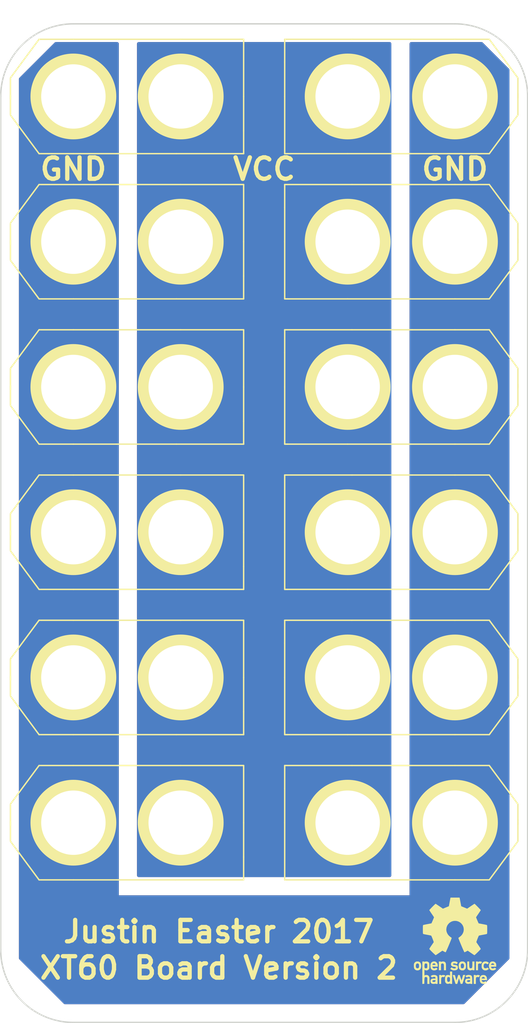
<source format=kicad_pcb>
(kicad_pcb (version 4) (host pcbnew 4.0.7-e2-6376~58~ubuntu16.04.1)

  (general
    (links 22)
    (no_connects 0)
    (area 109.169999 53.289999 146.100001 123.240001)
    (thickness 1.6)
    (drawings 21)
    (tracks 0)
    (zones 0)
    (modules 13)
    (nets 3)
  )

  (page A4)
  (layers
    (0 F.Cu signal)
    (31 B.Cu signal)
    (32 B.Adhes user hide)
    (33 F.Adhes user hide)
    (34 B.Paste user hide)
    (35 F.Paste user hide)
    (36 B.SilkS user)
    (37 F.SilkS user)
    (38 B.Mask user hide)
    (39 F.Mask user)
    (40 Dwgs.User user)
    (41 Cmts.User user)
    (42 Eco1.User user)
    (43 Eco2.User user)
    (44 Edge.Cuts user)
    (45 Margin user)
    (46 B.CrtYd user)
    (47 F.CrtYd user)
    (48 B.Fab user)
    (49 F.Fab user)
  )

  (setup
    (last_trace_width 0.25)
    (trace_clearance 0.2)
    (zone_clearance 0.508)
    (zone_45_only yes)
    (trace_min 0.2)
    (segment_width 0.2)
    (edge_width 0.1)
    (via_size 0.6)
    (via_drill 0.4)
    (via_min_size 0.4)
    (via_min_drill 0.3)
    (uvia_size 0.3)
    (uvia_drill 0.1)
    (uvias_allowed no)
    (uvia_min_size 0.2)
    (uvia_min_drill 0.1)
    (pcb_text_width 0.3)
    (pcb_text_size 1.5 1.5)
    (mod_edge_width 0.15)
    (mod_text_size 1 1)
    (mod_text_width 0.15)
    (pad_size 1.5 1.5)
    (pad_drill 0.6)
    (pad_to_mask_clearance 0)
    (aux_axis_origin 0 0)
    (visible_elements FFFEFF7F)
    (pcbplotparams
      (layerselection 0x010f0_80000001)
      (usegerberextensions false)
      (excludeedgelayer true)
      (linewidth 0.100000)
      (plotframeref false)
      (viasonmask false)
      (mode 1)
      (useauxorigin false)
      (hpglpennumber 1)
      (hpglpenspeed 20)
      (hpglpendiameter 15)
      (hpglpenoverlay 2)
      (psnegative false)
      (psa4output false)
      (plotreference true)
      (plotvalue true)
      (plotinvisibletext false)
      (padsonsilk false)
      (subtractmaskfromsilk false)
      (outputformat 1)
      (mirror false)
      (drillshape 0)
      (scaleselection 1)
      (outputdirectory ""))
  )

  (net 0 "")
  (net 1 /GND)
  (net 2 /VCC)

  (net_class Default "This is the default net class."
    (clearance 0.2)
    (trace_width 0.25)
    (via_dia 0.6)
    (via_drill 0.4)
    (uvia_dia 0.3)
    (uvia_drill 0.1)
    (add_net /GND)
    (add_net /VCC)
  )

  (net_class Thick ""
    (clearance 0.2)
    (trace_width 1)
    (via_dia 0.6)
    (via_drill 0.4)
    (uvia_dia 0.3)
    (uvia_drill 0.1)
  )

  (module xt60board:XT60 (layer F.Cu) (tedit 59B749AB) (tstamp 59B72046)
    (at 140.97 58.42 180)
    (path /59B71E9F)
    (fp_text reference J1 (at 3.556 6.096 180) (layer F.SilkS) hide
      (effects (font (size 1 1) (thickness 0.15)))
    )
    (fp_text value XT60 (at 3.2 -5.9 180) (layer F.Fab)
      (effects (font (size 1 1) (thickness 0.15)))
    )
    (fp_line (start 7.2 4) (end 11.9 4) (layer F.SilkS) (width 0.1))
    (fp_line (start 11.9 4) (end 11.9 2.4) (layer F.SilkS) (width 0.1))
    (fp_line (start 7.5 -4) (end 11.7 -4) (layer F.SilkS) (width 0.1))
    (fp_line (start 11.7 -4) (end 11.8 -4) (layer F.SilkS) (width 0.1))
    (fp_line (start 11.8 -4) (end 11.9 -4) (layer F.SilkS) (width 0.1))
    (fp_line (start 11.9 -4) (end 11.9 0) (layer F.SilkS) (width 0.1))
    (fp_line (start -2.4 4) (end -4.4 1.3) (layer F.SilkS) (width 0.1))
    (fp_line (start -2.4 -4) (end -4.4 -1.3) (layer F.SilkS) (width 0.1))
    (fp_line (start -4.4 0) (end -4.4 1.25) (layer F.SilkS) (width 0.1))
    (fp_line (start -4.4 0) (end -4.4 -1.25) (layer F.SilkS) (width 0.1))
    (fp_line (start 0 4) (end -2.4 4) (layer F.SilkS) (width 0.1))
    (fp_line (start 3 4) (end 0 4) (layer F.SilkS) (width 0.1))
    (fp_line (start 0 -4) (end -2.4 -4) (layer F.SilkS) (width 0.1))
    (fp_line (start 3.1 -4) (end 0 -4) (layer F.SilkS) (width 0.1))
    (fp_line (start -4.4 -0.1) (end -4.4 0.2) (layer F.SilkS) (width 0.1))
    (fp_line (start 11.9 0) (end 11.9 2.4) (layer F.SilkS) (width 0.1))
    (fp_line (start 7.5 -4) (end 3.1 -4) (layer F.SilkS) (width 0.1))
    (fp_line (start 7.2 4) (end 3 4) (layer F.SilkS) (width 0.1))
    (pad 1 thru_hole circle (at 0 0 180) (size 6 6) (drill 4.5) (layers *.Cu *.Mask F.SilkS)
      (net 1 /GND))
    (pad 2 thru_hole circle (at 7.5 0 180) (size 6 6) (drill 4.5) (layers *.Cu *.Mask F.SilkS)
      (net 2 /VCC))
  )

  (module xt60board:XT60 (layer F.Cu) (tedit 59B749B0) (tstamp 59B7204C)
    (at 140.97 68.58 180)
    (path /59B71F8A)
    (fp_text reference J2 (at 3.556 6.096 180) (layer F.SilkS) hide
      (effects (font (size 1 1) (thickness 0.15)))
    )
    (fp_text value XT60 (at 3.2 -5.9 180) (layer F.Fab)
      (effects (font (size 1 1) (thickness 0.15)))
    )
    (fp_line (start 7.2 4) (end 11.9 4) (layer F.SilkS) (width 0.1))
    (fp_line (start 11.9 4) (end 11.9 2.4) (layer F.SilkS) (width 0.1))
    (fp_line (start 7.5 -4) (end 11.7 -4) (layer F.SilkS) (width 0.1))
    (fp_line (start 11.7 -4) (end 11.8 -4) (layer F.SilkS) (width 0.1))
    (fp_line (start 11.8 -4) (end 11.9 -4) (layer F.SilkS) (width 0.1))
    (fp_line (start 11.9 -4) (end 11.9 0) (layer F.SilkS) (width 0.1))
    (fp_line (start -2.4 4) (end -4.4 1.3) (layer F.SilkS) (width 0.1))
    (fp_line (start -2.4 -4) (end -4.4 -1.3) (layer F.SilkS) (width 0.1))
    (fp_line (start -4.4 0) (end -4.4 1.25) (layer F.SilkS) (width 0.1))
    (fp_line (start -4.4 0) (end -4.4 -1.25) (layer F.SilkS) (width 0.1))
    (fp_line (start 0 4) (end -2.4 4) (layer F.SilkS) (width 0.1))
    (fp_line (start 3 4) (end 0 4) (layer F.SilkS) (width 0.1))
    (fp_line (start 0 -4) (end -2.4 -4) (layer F.SilkS) (width 0.1))
    (fp_line (start 3.1 -4) (end 0 -4) (layer F.SilkS) (width 0.1))
    (fp_line (start -4.4 -0.1) (end -4.4 0.2) (layer F.SilkS) (width 0.1))
    (fp_line (start 11.9 0) (end 11.9 2.4) (layer F.SilkS) (width 0.1))
    (fp_line (start 7.5 -4) (end 3.1 -4) (layer F.SilkS) (width 0.1))
    (fp_line (start 7.2 4) (end 3 4) (layer F.SilkS) (width 0.1))
    (pad 1 thru_hole circle (at 0 0 180) (size 6 6) (drill 4.5) (layers *.Cu *.Mask F.SilkS)
      (net 1 /GND))
    (pad 2 thru_hole circle (at 7.5 0 180) (size 6 6) (drill 4.5) (layers *.Cu *.Mask F.SilkS)
      (net 2 /VCC))
  )

  (module xt60board:XT60 (layer F.Cu) (tedit 59B749B4) (tstamp 59B72052)
    (at 140.97 78.74 180)
    (path /59B71FDB)
    (fp_text reference J3 (at 3.556 6.096 180) (layer F.SilkS) hide
      (effects (font (size 1 1) (thickness 0.15)))
    )
    (fp_text value XT60 (at 3.2 -5.9 180) (layer F.Fab)
      (effects (font (size 1 1) (thickness 0.15)))
    )
    (fp_line (start 7.2 4) (end 11.9 4) (layer F.SilkS) (width 0.1))
    (fp_line (start 11.9 4) (end 11.9 2.4) (layer F.SilkS) (width 0.1))
    (fp_line (start 7.5 -4) (end 11.7 -4) (layer F.SilkS) (width 0.1))
    (fp_line (start 11.7 -4) (end 11.8 -4) (layer F.SilkS) (width 0.1))
    (fp_line (start 11.8 -4) (end 11.9 -4) (layer F.SilkS) (width 0.1))
    (fp_line (start 11.9 -4) (end 11.9 0) (layer F.SilkS) (width 0.1))
    (fp_line (start -2.4 4) (end -4.4 1.3) (layer F.SilkS) (width 0.1))
    (fp_line (start -2.4 -4) (end -4.4 -1.3) (layer F.SilkS) (width 0.1))
    (fp_line (start -4.4 0) (end -4.4 1.25) (layer F.SilkS) (width 0.1))
    (fp_line (start -4.4 0) (end -4.4 -1.25) (layer F.SilkS) (width 0.1))
    (fp_line (start 0 4) (end -2.4 4) (layer F.SilkS) (width 0.1))
    (fp_line (start 3 4) (end 0 4) (layer F.SilkS) (width 0.1))
    (fp_line (start 0 -4) (end -2.4 -4) (layer F.SilkS) (width 0.1))
    (fp_line (start 3.1 -4) (end 0 -4) (layer F.SilkS) (width 0.1))
    (fp_line (start -4.4 -0.1) (end -4.4 0.2) (layer F.SilkS) (width 0.1))
    (fp_line (start 11.9 0) (end 11.9 2.4) (layer F.SilkS) (width 0.1))
    (fp_line (start 7.5 -4) (end 3.1 -4) (layer F.SilkS) (width 0.1))
    (fp_line (start 7.2 4) (end 3 4) (layer F.SilkS) (width 0.1))
    (pad 1 thru_hole circle (at 0 0 180) (size 6 6) (drill 4.5) (layers *.Cu *.Mask F.SilkS)
      (net 1 /GND))
    (pad 2 thru_hole circle (at 7.5 0 180) (size 6 6) (drill 4.5) (layers *.Cu *.Mask F.SilkS)
      (net 2 /VCC))
  )

  (module xt60board:XT60 (layer F.Cu) (tedit 59B749BA) (tstamp 59B72058)
    (at 140.97 88.9 180)
    (path /59B72068)
    (fp_text reference J4 (at 3.556 6.096 180) (layer F.SilkS) hide
      (effects (font (size 1 1) (thickness 0.15)))
    )
    (fp_text value XT60 (at 3.2 -5.9 180) (layer F.Fab)
      (effects (font (size 1 1) (thickness 0.15)))
    )
    (fp_line (start 7.2 4) (end 11.9 4) (layer F.SilkS) (width 0.1))
    (fp_line (start 11.9 4) (end 11.9 2.4) (layer F.SilkS) (width 0.1))
    (fp_line (start 7.5 -4) (end 11.7 -4) (layer F.SilkS) (width 0.1))
    (fp_line (start 11.7 -4) (end 11.8 -4) (layer F.SilkS) (width 0.1))
    (fp_line (start 11.8 -4) (end 11.9 -4) (layer F.SilkS) (width 0.1))
    (fp_line (start 11.9 -4) (end 11.9 0) (layer F.SilkS) (width 0.1))
    (fp_line (start -2.4 4) (end -4.4 1.3) (layer F.SilkS) (width 0.1))
    (fp_line (start -2.4 -4) (end -4.4 -1.3) (layer F.SilkS) (width 0.1))
    (fp_line (start -4.4 0) (end -4.4 1.25) (layer F.SilkS) (width 0.1))
    (fp_line (start -4.4 0) (end -4.4 -1.25) (layer F.SilkS) (width 0.1))
    (fp_line (start 0 4) (end -2.4 4) (layer F.SilkS) (width 0.1))
    (fp_line (start 3 4) (end 0 4) (layer F.SilkS) (width 0.1))
    (fp_line (start 0 -4) (end -2.4 -4) (layer F.SilkS) (width 0.1))
    (fp_line (start 3.1 -4) (end 0 -4) (layer F.SilkS) (width 0.1))
    (fp_line (start -4.4 -0.1) (end -4.4 0.2) (layer F.SilkS) (width 0.1))
    (fp_line (start 11.9 0) (end 11.9 2.4) (layer F.SilkS) (width 0.1))
    (fp_line (start 7.5 -4) (end 3.1 -4) (layer F.SilkS) (width 0.1))
    (fp_line (start 7.2 4) (end 3 4) (layer F.SilkS) (width 0.1))
    (pad 1 thru_hole circle (at 0 0 180) (size 6 6) (drill 4.5) (layers *.Cu *.Mask F.SilkS)
      (net 1 /GND))
    (pad 2 thru_hole circle (at 7.5 0 180) (size 6 6) (drill 4.5) (layers *.Cu *.Mask F.SilkS)
      (net 2 /VCC))
  )

  (module xt60board:XT60 (layer F.Cu) (tedit 59B749BD) (tstamp 59B7205E)
    (at 140.97 99.06 180)
    (path /59B720EB)
    (fp_text reference J5 (at 3.556 6.096 180) (layer F.SilkS) hide
      (effects (font (size 1 1) (thickness 0.15)))
    )
    (fp_text value XT60 (at 3.2 -5.9 180) (layer F.Fab)
      (effects (font (size 1 1) (thickness 0.15)))
    )
    (fp_line (start 7.2 4) (end 11.9 4) (layer F.SilkS) (width 0.1))
    (fp_line (start 11.9 4) (end 11.9 2.4) (layer F.SilkS) (width 0.1))
    (fp_line (start 7.5 -4) (end 11.7 -4) (layer F.SilkS) (width 0.1))
    (fp_line (start 11.7 -4) (end 11.8 -4) (layer F.SilkS) (width 0.1))
    (fp_line (start 11.8 -4) (end 11.9 -4) (layer F.SilkS) (width 0.1))
    (fp_line (start 11.9 -4) (end 11.9 0) (layer F.SilkS) (width 0.1))
    (fp_line (start -2.4 4) (end -4.4 1.3) (layer F.SilkS) (width 0.1))
    (fp_line (start -2.4 -4) (end -4.4 -1.3) (layer F.SilkS) (width 0.1))
    (fp_line (start -4.4 0) (end -4.4 1.25) (layer F.SilkS) (width 0.1))
    (fp_line (start -4.4 0) (end -4.4 -1.25) (layer F.SilkS) (width 0.1))
    (fp_line (start 0 4) (end -2.4 4) (layer F.SilkS) (width 0.1))
    (fp_line (start 3 4) (end 0 4) (layer F.SilkS) (width 0.1))
    (fp_line (start 0 -4) (end -2.4 -4) (layer F.SilkS) (width 0.1))
    (fp_line (start 3.1 -4) (end 0 -4) (layer F.SilkS) (width 0.1))
    (fp_line (start -4.4 -0.1) (end -4.4 0.2) (layer F.SilkS) (width 0.1))
    (fp_line (start 11.9 0) (end 11.9 2.4) (layer F.SilkS) (width 0.1))
    (fp_line (start 7.5 -4) (end 3.1 -4) (layer F.SilkS) (width 0.1))
    (fp_line (start 7.2 4) (end 3 4) (layer F.SilkS) (width 0.1))
    (pad 1 thru_hole circle (at 0 0 180) (size 6 6) (drill 4.5) (layers *.Cu *.Mask F.SilkS)
      (net 1 /GND))
    (pad 2 thru_hole circle (at 7.5 0 180) (size 6 6) (drill 4.5) (layers *.Cu *.Mask F.SilkS)
      (net 2 /VCC))
  )

  (module xt60board:XT60 (layer F.Cu) (tedit 59B749C3) (tstamp 59B72064)
    (at 140.97 109.22 180)
    (path /59B72162)
    (fp_text reference J6 (at 3.556 6.096 180) (layer F.SilkS) hide
      (effects (font (size 1 1) (thickness 0.15)))
    )
    (fp_text value XT60 (at 3.2 -5.9 180) (layer F.Fab)
      (effects (font (size 1 1) (thickness 0.15)))
    )
    (fp_line (start 7.2 4) (end 11.9 4) (layer F.SilkS) (width 0.1))
    (fp_line (start 11.9 4) (end 11.9 2.4) (layer F.SilkS) (width 0.1))
    (fp_line (start 7.5 -4) (end 11.7 -4) (layer F.SilkS) (width 0.1))
    (fp_line (start 11.7 -4) (end 11.8 -4) (layer F.SilkS) (width 0.1))
    (fp_line (start 11.8 -4) (end 11.9 -4) (layer F.SilkS) (width 0.1))
    (fp_line (start 11.9 -4) (end 11.9 0) (layer F.SilkS) (width 0.1))
    (fp_line (start -2.4 4) (end -4.4 1.3) (layer F.SilkS) (width 0.1))
    (fp_line (start -2.4 -4) (end -4.4 -1.3) (layer F.SilkS) (width 0.1))
    (fp_line (start -4.4 0) (end -4.4 1.25) (layer F.SilkS) (width 0.1))
    (fp_line (start -4.4 0) (end -4.4 -1.25) (layer F.SilkS) (width 0.1))
    (fp_line (start 0 4) (end -2.4 4) (layer F.SilkS) (width 0.1))
    (fp_line (start 3 4) (end 0 4) (layer F.SilkS) (width 0.1))
    (fp_line (start 0 -4) (end -2.4 -4) (layer F.SilkS) (width 0.1))
    (fp_line (start 3.1 -4) (end 0 -4) (layer F.SilkS) (width 0.1))
    (fp_line (start -4.4 -0.1) (end -4.4 0.2) (layer F.SilkS) (width 0.1))
    (fp_line (start 11.9 0) (end 11.9 2.4) (layer F.SilkS) (width 0.1))
    (fp_line (start 7.5 -4) (end 3.1 -4) (layer F.SilkS) (width 0.1))
    (fp_line (start 7.2 4) (end 3 4) (layer F.SilkS) (width 0.1))
    (pad 1 thru_hole circle (at 0 0 180) (size 6 6) (drill 4.5) (layers *.Cu *.Mask F.SilkS)
      (net 1 /GND))
    (pad 2 thru_hole circle (at 7.5 0 180) (size 6 6) (drill 4.5) (layers *.Cu *.Mask F.SilkS)
      (net 2 /VCC))
  )

  (module xt60board:XT60 (layer F.Cu) (tedit 59B7499E) (tstamp 59B7206A)
    (at 114.3 58.42)
    (path /59B721E7)
    (fp_text reference J7 (at 3.556 6.096) (layer F.SilkS) hide
      (effects (font (size 1 1) (thickness 0.15)))
    )
    (fp_text value XT60 (at 3.2 -5.9) (layer F.Fab)
      (effects (font (size 1 1) (thickness 0.15)))
    )
    (fp_line (start 7.2 4) (end 11.9 4) (layer F.SilkS) (width 0.1))
    (fp_line (start 11.9 4) (end 11.9 2.4) (layer F.SilkS) (width 0.1))
    (fp_line (start 7.5 -4) (end 11.7 -4) (layer F.SilkS) (width 0.1))
    (fp_line (start 11.7 -4) (end 11.8 -4) (layer F.SilkS) (width 0.1))
    (fp_line (start 11.8 -4) (end 11.9 -4) (layer F.SilkS) (width 0.1))
    (fp_line (start 11.9 -4) (end 11.9 0) (layer F.SilkS) (width 0.1))
    (fp_line (start -2.4 4) (end -4.4 1.3) (layer F.SilkS) (width 0.1))
    (fp_line (start -2.4 -4) (end -4.4 -1.3) (layer F.SilkS) (width 0.1))
    (fp_line (start -4.4 0) (end -4.4 1.25) (layer F.SilkS) (width 0.1))
    (fp_line (start -4.4 0) (end -4.4 -1.25) (layer F.SilkS) (width 0.1))
    (fp_line (start 0 4) (end -2.4 4) (layer F.SilkS) (width 0.1))
    (fp_line (start 3 4) (end 0 4) (layer F.SilkS) (width 0.1))
    (fp_line (start 0 -4) (end -2.4 -4) (layer F.SilkS) (width 0.1))
    (fp_line (start 3.1 -4) (end 0 -4) (layer F.SilkS) (width 0.1))
    (fp_line (start -4.4 -0.1) (end -4.4 0.2) (layer F.SilkS) (width 0.1))
    (fp_line (start 11.9 0) (end 11.9 2.4) (layer F.SilkS) (width 0.1))
    (fp_line (start 7.5 -4) (end 3.1 -4) (layer F.SilkS) (width 0.1))
    (fp_line (start 7.2 4) (end 3 4) (layer F.SilkS) (width 0.1))
    (pad 1 thru_hole circle (at 0 0) (size 6 6) (drill 4.5) (layers *.Cu *.Mask F.SilkS)
      (net 1 /GND))
    (pad 2 thru_hole circle (at 7.5 0) (size 6 6) (drill 4.5) (layers *.Cu *.Mask F.SilkS)
      (net 2 /VCC))
  )

  (module xt60board:XT60 (layer F.Cu) (tedit 59B7499A) (tstamp 59B72070)
    (at 114.3 68.58)
    (path /59B72363)
    (fp_text reference J8 (at 3.556 6.096) (layer F.SilkS) hide
      (effects (font (size 1 1) (thickness 0.15)))
    )
    (fp_text value XT60 (at 3.2 -5.9) (layer F.Fab)
      (effects (font (size 1 1) (thickness 0.15)))
    )
    (fp_line (start 7.2 4) (end 11.9 4) (layer F.SilkS) (width 0.1))
    (fp_line (start 11.9 4) (end 11.9 2.4) (layer F.SilkS) (width 0.1))
    (fp_line (start 7.5 -4) (end 11.7 -4) (layer F.SilkS) (width 0.1))
    (fp_line (start 11.7 -4) (end 11.8 -4) (layer F.SilkS) (width 0.1))
    (fp_line (start 11.8 -4) (end 11.9 -4) (layer F.SilkS) (width 0.1))
    (fp_line (start 11.9 -4) (end 11.9 0) (layer F.SilkS) (width 0.1))
    (fp_line (start -2.4 4) (end -4.4 1.3) (layer F.SilkS) (width 0.1))
    (fp_line (start -2.4 -4) (end -4.4 -1.3) (layer F.SilkS) (width 0.1))
    (fp_line (start -4.4 0) (end -4.4 1.25) (layer F.SilkS) (width 0.1))
    (fp_line (start -4.4 0) (end -4.4 -1.25) (layer F.SilkS) (width 0.1))
    (fp_line (start 0 4) (end -2.4 4) (layer F.SilkS) (width 0.1))
    (fp_line (start 3 4) (end 0 4) (layer F.SilkS) (width 0.1))
    (fp_line (start 0 -4) (end -2.4 -4) (layer F.SilkS) (width 0.1))
    (fp_line (start 3.1 -4) (end 0 -4) (layer F.SilkS) (width 0.1))
    (fp_line (start -4.4 -0.1) (end -4.4 0.2) (layer F.SilkS) (width 0.1))
    (fp_line (start 11.9 0) (end 11.9 2.4) (layer F.SilkS) (width 0.1))
    (fp_line (start 7.5 -4) (end 3.1 -4) (layer F.SilkS) (width 0.1))
    (fp_line (start 7.2 4) (end 3 4) (layer F.SilkS) (width 0.1))
    (pad 1 thru_hole circle (at 0 0) (size 6 6) (drill 4.5) (layers *.Cu *.Mask F.SilkS)
      (net 1 /GND))
    (pad 2 thru_hole circle (at 7.5 0) (size 6 6) (drill 4.5) (layers *.Cu *.Mask F.SilkS)
      (net 2 /VCC))
  )

  (module xt60board:XT60 (layer F.Cu) (tedit 59B74993) (tstamp 59B72076)
    (at 114.3 78.74)
    (path /59B723D8)
    (fp_text reference J9 (at 3.556 6.096) (layer F.SilkS) hide
      (effects (font (size 1 1) (thickness 0.15)))
    )
    (fp_text value XT60 (at 3.2 -5.9) (layer F.Fab)
      (effects (font (size 1 1) (thickness 0.15)))
    )
    (fp_line (start 7.2 4) (end 11.9 4) (layer F.SilkS) (width 0.1))
    (fp_line (start 11.9 4) (end 11.9 2.4) (layer F.SilkS) (width 0.1))
    (fp_line (start 7.5 -4) (end 11.7 -4) (layer F.SilkS) (width 0.1))
    (fp_line (start 11.7 -4) (end 11.8 -4) (layer F.SilkS) (width 0.1))
    (fp_line (start 11.8 -4) (end 11.9 -4) (layer F.SilkS) (width 0.1))
    (fp_line (start 11.9 -4) (end 11.9 0) (layer F.SilkS) (width 0.1))
    (fp_line (start -2.4 4) (end -4.4 1.3) (layer F.SilkS) (width 0.1))
    (fp_line (start -2.4 -4) (end -4.4 -1.3) (layer F.SilkS) (width 0.1))
    (fp_line (start -4.4 0) (end -4.4 1.25) (layer F.SilkS) (width 0.1))
    (fp_line (start -4.4 0) (end -4.4 -1.25) (layer F.SilkS) (width 0.1))
    (fp_line (start 0 4) (end -2.4 4) (layer F.SilkS) (width 0.1))
    (fp_line (start 3 4) (end 0 4) (layer F.SilkS) (width 0.1))
    (fp_line (start 0 -4) (end -2.4 -4) (layer F.SilkS) (width 0.1))
    (fp_line (start 3.1 -4) (end 0 -4) (layer F.SilkS) (width 0.1))
    (fp_line (start -4.4 -0.1) (end -4.4 0.2) (layer F.SilkS) (width 0.1))
    (fp_line (start 11.9 0) (end 11.9 2.4) (layer F.SilkS) (width 0.1))
    (fp_line (start 7.5 -4) (end 3.1 -4) (layer F.SilkS) (width 0.1))
    (fp_line (start 7.2 4) (end 3 4) (layer F.SilkS) (width 0.1))
    (pad 1 thru_hole circle (at 0 0) (size 6 6) (drill 4.5) (layers *.Cu *.Mask F.SilkS)
      (net 1 /GND))
    (pad 2 thru_hole circle (at 7.5 0) (size 6 6) (drill 4.5) (layers *.Cu *.Mask F.SilkS)
      (net 2 /VCC))
  )

  (module xt60board:XT60 (layer F.Cu) (tedit 59B7498D) (tstamp 59B7207C)
    (at 114.3 88.9)
    (path /59B72471)
    (fp_text reference J10 (at 3.556 6.096) (layer F.SilkS) hide
      (effects (font (size 1 1) (thickness 0.15)))
    )
    (fp_text value XT60 (at 3.2 -5.9) (layer F.Fab)
      (effects (font (size 1 1) (thickness 0.15)))
    )
    (fp_line (start 7.2 4) (end 11.9 4) (layer F.SilkS) (width 0.1))
    (fp_line (start 11.9 4) (end 11.9 2.4) (layer F.SilkS) (width 0.1))
    (fp_line (start 7.5 -4) (end 11.7 -4) (layer F.SilkS) (width 0.1))
    (fp_line (start 11.7 -4) (end 11.8 -4) (layer F.SilkS) (width 0.1))
    (fp_line (start 11.8 -4) (end 11.9 -4) (layer F.SilkS) (width 0.1))
    (fp_line (start 11.9 -4) (end 11.9 0) (layer F.SilkS) (width 0.1))
    (fp_line (start -2.4 4) (end -4.4 1.3) (layer F.SilkS) (width 0.1))
    (fp_line (start -2.4 -4) (end -4.4 -1.3) (layer F.SilkS) (width 0.1))
    (fp_line (start -4.4 0) (end -4.4 1.25) (layer F.SilkS) (width 0.1))
    (fp_line (start -4.4 0) (end -4.4 -1.25) (layer F.SilkS) (width 0.1))
    (fp_line (start 0 4) (end -2.4 4) (layer F.SilkS) (width 0.1))
    (fp_line (start 3 4) (end 0 4) (layer F.SilkS) (width 0.1))
    (fp_line (start 0 -4) (end -2.4 -4) (layer F.SilkS) (width 0.1))
    (fp_line (start 3.1 -4) (end 0 -4) (layer F.SilkS) (width 0.1))
    (fp_line (start -4.4 -0.1) (end -4.4 0.2) (layer F.SilkS) (width 0.1))
    (fp_line (start 11.9 0) (end 11.9 2.4) (layer F.SilkS) (width 0.1))
    (fp_line (start 7.5 -4) (end 3.1 -4) (layer F.SilkS) (width 0.1))
    (fp_line (start 7.2 4) (end 3 4) (layer F.SilkS) (width 0.1))
    (pad 1 thru_hole circle (at 0 0) (size 6 6) (drill 4.5) (layers *.Cu *.Mask F.SilkS)
      (net 1 /GND))
    (pad 2 thru_hole circle (at 7.5 0) (size 6 6) (drill 4.5) (layers *.Cu *.Mask F.SilkS)
      (net 2 /VCC))
  )

  (module xt60board:XT60 (layer F.Cu) (tedit 59B74988) (tstamp 59B72082)
    (at 114.3 99.06)
    (path /59B72528)
    (fp_text reference J11 (at 3.556 6.096) (layer F.SilkS) hide
      (effects (font (size 1 1) (thickness 0.15)))
    )
    (fp_text value XT60 (at 3.2 -5.9) (layer F.Fab)
      (effects (font (size 1 1) (thickness 0.15)))
    )
    (fp_line (start 7.2 4) (end 11.9 4) (layer F.SilkS) (width 0.1))
    (fp_line (start 11.9 4) (end 11.9 2.4) (layer F.SilkS) (width 0.1))
    (fp_line (start 7.5 -4) (end 11.7 -4) (layer F.SilkS) (width 0.1))
    (fp_line (start 11.7 -4) (end 11.8 -4) (layer F.SilkS) (width 0.1))
    (fp_line (start 11.8 -4) (end 11.9 -4) (layer F.SilkS) (width 0.1))
    (fp_line (start 11.9 -4) (end 11.9 0) (layer F.SilkS) (width 0.1))
    (fp_line (start -2.4 4) (end -4.4 1.3) (layer F.SilkS) (width 0.1))
    (fp_line (start -2.4 -4) (end -4.4 -1.3) (layer F.SilkS) (width 0.1))
    (fp_line (start -4.4 0) (end -4.4 1.25) (layer F.SilkS) (width 0.1))
    (fp_line (start -4.4 0) (end -4.4 -1.25) (layer F.SilkS) (width 0.1))
    (fp_line (start 0 4) (end -2.4 4) (layer F.SilkS) (width 0.1))
    (fp_line (start 3 4) (end 0 4) (layer F.SilkS) (width 0.1))
    (fp_line (start 0 -4) (end -2.4 -4) (layer F.SilkS) (width 0.1))
    (fp_line (start 3.1 -4) (end 0 -4) (layer F.SilkS) (width 0.1))
    (fp_line (start -4.4 -0.1) (end -4.4 0.2) (layer F.SilkS) (width 0.1))
    (fp_line (start 11.9 0) (end 11.9 2.4) (layer F.SilkS) (width 0.1))
    (fp_line (start 7.5 -4) (end 3.1 -4) (layer F.SilkS) (width 0.1))
    (fp_line (start 7.2 4) (end 3 4) (layer F.SilkS) (width 0.1))
    (pad 1 thru_hole circle (at 0 0) (size 6 6) (drill 4.5) (layers *.Cu *.Mask F.SilkS)
      (net 1 /GND))
    (pad 2 thru_hole circle (at 7.5 0) (size 6 6) (drill 4.5) (layers *.Cu *.Mask F.SilkS)
      (net 2 /VCC))
  )

  (module xt60board:XT60 (layer F.Cu) (tedit 59B74974) (tstamp 59B72088)
    (at 114.3 109.22)
    (path /59B725A3)
    (fp_text reference J12 (at 3.556 6.096) (layer F.SilkS) hide
      (effects (font (size 1 1) (thickness 0.15)))
    )
    (fp_text value XT60 (at 3.2 -5.9) (layer F.Fab)
      (effects (font (size 1 1) (thickness 0.15)))
    )
    (fp_line (start 7.2 4) (end 11.9 4) (layer F.SilkS) (width 0.1))
    (fp_line (start 11.9 4) (end 11.9 2.4) (layer F.SilkS) (width 0.1))
    (fp_line (start 7.5 -4) (end 11.7 -4) (layer F.SilkS) (width 0.1))
    (fp_line (start 11.7 -4) (end 11.8 -4) (layer F.SilkS) (width 0.1))
    (fp_line (start 11.8 -4) (end 11.9 -4) (layer F.SilkS) (width 0.1))
    (fp_line (start 11.9 -4) (end 11.9 0) (layer F.SilkS) (width 0.1))
    (fp_line (start -2.4 4) (end -4.4 1.3) (layer F.SilkS) (width 0.1))
    (fp_line (start -2.4 -4) (end -4.4 -1.3) (layer F.SilkS) (width 0.1))
    (fp_line (start -4.4 0) (end -4.4 1.25) (layer F.SilkS) (width 0.1))
    (fp_line (start -4.4 0) (end -4.4 -1.25) (layer F.SilkS) (width 0.1))
    (fp_line (start 0 4) (end -2.4 4) (layer F.SilkS) (width 0.1))
    (fp_line (start 3 4) (end 0 4) (layer F.SilkS) (width 0.1))
    (fp_line (start 0 -4) (end -2.4 -4) (layer F.SilkS) (width 0.1))
    (fp_line (start 3.1 -4) (end 0 -4) (layer F.SilkS) (width 0.1))
    (fp_line (start -4.4 -0.1) (end -4.4 0.2) (layer F.SilkS) (width 0.1))
    (fp_line (start 11.9 0) (end 11.9 2.4) (layer F.SilkS) (width 0.1))
    (fp_line (start 7.5 -4) (end 3.1 -4) (layer F.SilkS) (width 0.1))
    (fp_line (start 7.2 4) (end 3 4) (layer F.SilkS) (width 0.1))
    (pad 1 thru_hole circle (at 0 0) (size 6 6) (drill 4.5) (layers *.Cu *.Mask F.SilkS)
      (net 1 /GND))
    (pad 2 thru_hole circle (at 7.5 0) (size 6 6) (drill 4.5) (layers *.Cu *.Mask F.SilkS)
      (net 2 /VCC))
  )

  (module Symbols:OSHW-Logo_5.7x6mm_SilkScreen (layer F.Cu) (tedit 0) (tstamp 59B72E77)
    (at 140.97 117.475)
    (descr "Open Source Hardware Logo")
    (tags "Logo OSHW")
    (attr virtual)
    (fp_text reference REF*** (at 0 0) (layer F.SilkS) hide
      (effects (font (size 1 1) (thickness 0.15)))
    )
    (fp_text value OSHW-Logo_5.7x6mm_SilkScreen (at 0.75 0) (layer F.Fab) hide
      (effects (font (size 1 1) (thickness 0.15)))
    )
    (fp_poly (pts (xy -1.908759 1.469184) (xy -1.882247 1.482282) (xy -1.849553 1.505106) (xy -1.825725 1.529996)
      (xy -1.809406 1.561249) (xy -1.79924 1.603166) (xy -1.793872 1.660044) (xy -1.791944 1.736184)
      (xy -1.791831 1.768917) (xy -1.792161 1.840656) (xy -1.793527 1.891927) (xy -1.7965 1.927404)
      (xy -1.801649 1.951763) (xy -1.809543 1.96968) (xy -1.817757 1.981902) (xy -1.870187 2.033905)
      (xy -1.93193 2.065184) (xy -1.998536 2.074592) (xy -2.065558 2.06098) (xy -2.086792 2.051354)
      (xy -2.137624 2.024859) (xy -2.137624 2.440052) (xy -2.100525 2.420868) (xy -2.051643 2.406025)
      (xy -1.991561 2.402222) (xy -1.931564 2.409243) (xy -1.886256 2.425013) (xy -1.848675 2.455047)
      (xy -1.816564 2.498024) (xy -1.81415 2.502436) (xy -1.803967 2.523221) (xy -1.79653 2.54417)
      (xy -1.791411 2.569548) (xy -1.788181 2.603618) (xy -1.786413 2.650641) (xy -1.785677 2.714882)
      (xy -1.785544 2.787176) (xy -1.785544 3.017822) (xy -1.923861 3.017822) (xy -1.923861 2.592533)
      (xy -1.962549 2.559979) (xy -2.002738 2.53394) (xy -2.040797 2.529205) (xy -2.079066 2.541389)
      (xy -2.099462 2.55332) (xy -2.114642 2.570313) (xy -2.125438 2.595995) (xy -2.132683 2.633991)
      (xy -2.137208 2.687926) (xy -2.139844 2.761425) (xy -2.140772 2.810347) (xy -2.143911 3.011535)
      (xy -2.209926 3.015336) (xy -2.27594 3.019136) (xy -2.27594 1.77065) (xy -2.137624 1.77065)
      (xy -2.134097 1.840254) (xy -2.122215 1.888569) (xy -2.10002 1.918631) (xy -2.065559 1.933471)
      (xy -2.030742 1.936436) (xy -1.991329 1.933028) (xy -1.965171 1.919617) (xy -1.948814 1.901896)
      (xy -1.935937 1.882835) (xy -1.928272 1.861601) (xy -1.924861 1.831849) (xy -1.924749 1.787236)
      (xy -1.925897 1.74988) (xy -1.928532 1.693604) (xy -1.932456 1.656658) (xy -1.939063 1.633223)
      (xy -1.949749 1.61748) (xy -1.959833 1.60838) (xy -2.00197 1.588537) (xy -2.05184 1.585332)
      (xy -2.080476 1.592168) (xy -2.108828 1.616464) (xy -2.127609 1.663728) (xy -2.136712 1.733624)
      (xy -2.137624 1.77065) (xy -2.27594 1.77065) (xy -2.27594 1.458614) (xy -2.206782 1.458614)
      (xy -2.16526 1.460256) (xy -2.143838 1.466087) (xy -2.137626 1.477461) (xy -2.137624 1.477798)
      (xy -2.134742 1.488938) (xy -2.12203 1.487673) (xy -2.096757 1.475433) (xy -2.037869 1.456707)
      (xy -1.971615 1.454739) (xy -1.908759 1.469184)) (layer F.SilkS) (width 0.01))
    (fp_poly (pts (xy -1.38421 2.406555) (xy -1.325055 2.422339) (xy -1.280023 2.450948) (xy -1.248246 2.488419)
      (xy -1.238366 2.504411) (xy -1.231073 2.521163) (xy -1.225974 2.542592) (xy -1.222679 2.572616)
      (xy -1.220797 2.615154) (xy -1.219937 2.674122) (xy -1.219707 2.75344) (xy -1.219703 2.774484)
      (xy -1.219703 3.017822) (xy -1.280059 3.017822) (xy -1.318557 3.015126) (xy -1.347023 3.008295)
      (xy -1.354155 3.004083) (xy -1.373652 2.996813) (xy -1.393566 3.004083) (xy -1.426353 3.01316)
      (xy -1.473978 3.016813) (xy -1.526764 3.015228) (xy -1.575036 3.008589) (xy -1.603218 3.000072)
      (xy -1.657753 2.965063) (xy -1.691835 2.916479) (xy -1.707157 2.851882) (xy -1.707299 2.850223)
      (xy -1.705955 2.821566) (xy -1.584356 2.821566) (xy -1.573726 2.854161) (xy -1.55641 2.872505)
      (xy -1.521652 2.886379) (xy -1.475773 2.891917) (xy -1.428988 2.889191) (xy -1.391514 2.878274)
      (xy -1.381015 2.871269) (xy -1.362668 2.838904) (xy -1.35802 2.802111) (xy -1.35802 2.753763)
      (xy -1.427582 2.753763) (xy -1.493667 2.75885) (xy -1.543764 2.773263) (xy -1.574929 2.795729)
      (xy -1.584356 2.821566) (xy -1.705955 2.821566) (xy -1.703987 2.779647) (xy -1.68071 2.723845)
      (xy -1.636948 2.681647) (xy -1.630899 2.677808) (xy -1.604907 2.665309) (xy -1.572735 2.65774)
      (xy -1.52776 2.654061) (xy -1.474331 2.653216) (xy -1.35802 2.653169) (xy -1.35802 2.604411)
      (xy -1.362953 2.566581) (xy -1.375543 2.541236) (xy -1.377017 2.539887) (xy -1.405034 2.5288)
      (xy -1.447326 2.524503) (xy -1.494064 2.526615) (xy -1.535418 2.534756) (xy -1.559957 2.546965)
      (xy -1.573253 2.556746) (xy -1.587294 2.558613) (xy -1.606671 2.5506) (xy -1.635976 2.530739)
      (xy -1.679803 2.497063) (xy -1.683825 2.493909) (xy -1.681764 2.482236) (xy -1.664568 2.462822)
      (xy -1.638433 2.441248) (xy -1.609552 2.423096) (xy -1.600478 2.418809) (xy -1.56738 2.410256)
      (xy -1.51888 2.404155) (xy -1.464695 2.401708) (xy -1.462161 2.401703) (xy -1.38421 2.406555)) (layer F.SilkS) (width 0.01))
    (fp_poly (pts (xy -0.993356 2.40302) (xy -0.974539 2.40866) (xy -0.968473 2.421053) (xy -0.968218 2.426647)
      (xy -0.967129 2.44223) (xy -0.959632 2.444676) (xy -0.939381 2.433993) (xy -0.927351 2.426694)
      (xy -0.8894 2.411063) (xy -0.844072 2.403334) (xy -0.796544 2.40274) (xy -0.751995 2.408513)
      (xy -0.715602 2.419884) (xy -0.692543 2.436088) (xy -0.687996 2.456355) (xy -0.690291 2.461843)
      (xy -0.70702 2.484626) (xy -0.732963 2.512647) (xy -0.737655 2.517177) (xy -0.762383 2.538005)
      (xy -0.783718 2.544735) (xy -0.813555 2.540038) (xy -0.825508 2.536917) (xy -0.862705 2.529421)
      (xy -0.888859 2.532792) (xy -0.910946 2.544681) (xy -0.931178 2.560635) (xy -0.946079 2.5807)
      (xy -0.956434 2.608702) (xy -0.963029 2.648467) (xy -0.966649 2.703823) (xy -0.968078 2.778594)
      (xy -0.968218 2.82374) (xy -0.968218 3.017822) (xy -1.09396 3.017822) (xy -1.09396 2.401683)
      (xy -1.031089 2.401683) (xy -0.993356 2.40302)) (layer F.SilkS) (width 0.01))
    (fp_poly (pts (xy -0.201188 3.017822) (xy -0.270346 3.017822) (xy -0.310488 3.016645) (xy -0.331394 3.011772)
      (xy -0.338922 3.001186) (xy -0.339505 2.994029) (xy -0.340774 2.979676) (xy -0.348779 2.976923)
      (xy -0.369815 2.985771) (xy -0.386173 2.994029) (xy -0.448977 3.013597) (xy -0.517248 3.014729)
      (xy -0.572752 3.000135) (xy -0.624438 2.964877) (xy -0.663838 2.912835) (xy -0.685413 2.85145)
      (xy -0.685962 2.848018) (xy -0.689167 2.810571) (xy -0.690761 2.756813) (xy -0.690633 2.716155)
      (xy -0.553279 2.716155) (xy -0.550097 2.770194) (xy -0.542859 2.814735) (xy -0.53306 2.839888)
      (xy -0.495989 2.87426) (xy -0.451974 2.886582) (xy -0.406584 2.876618) (xy -0.367797 2.846895)
      (xy -0.353108 2.826905) (xy -0.344519 2.80305) (xy -0.340496 2.76823) (xy -0.339505 2.71593)
      (xy -0.341278 2.664139) (xy -0.345963 2.618634) (xy -0.352603 2.588181) (xy -0.35371 2.585452)
      (xy -0.380491 2.553) (xy -0.419579 2.535183) (xy -0.463315 2.532306) (xy -0.504038 2.544674)
      (xy -0.534087 2.572593) (xy -0.537204 2.578148) (xy -0.546961 2.612022) (xy -0.552277 2.660728)
      (xy -0.553279 2.716155) (xy -0.690633 2.716155) (xy -0.690568 2.69554) (xy -0.689664 2.662563)
      (xy -0.683514 2.580981) (xy -0.670733 2.51973) (xy -0.649471 2.474449) (xy -0.617878 2.440779)
      (xy -0.587207 2.421014) (xy -0.544354 2.40712) (xy -0.491056 2.402354) (xy -0.43648 2.406236)
      (xy -0.389792 2.418282) (xy -0.365124 2.432693) (xy -0.339505 2.455878) (xy -0.339505 2.162773)
      (xy -0.201188 2.162773) (xy -0.201188 3.017822)) (layer F.SilkS) (width 0.01))
    (fp_poly (pts (xy 0.281524 2.404237) (xy 0.331255 2.407971) (xy 0.461291 2.797773) (xy 0.481678 2.728614)
      (xy 0.493946 2.685874) (xy 0.510085 2.628115) (xy 0.527512 2.564625) (xy 0.536726 2.53057)
      (xy 0.571388 2.401683) (xy 0.714391 2.401683) (xy 0.671646 2.536857) (xy 0.650596 2.603342)
      (xy 0.625167 2.683539) (xy 0.59861 2.767193) (xy 0.574902 2.841782) (xy 0.520902 3.011535)
      (xy 0.462598 3.015328) (xy 0.404295 3.019122) (xy 0.372679 2.914734) (xy 0.353182 2.849889)
      (xy 0.331904 2.7784) (xy 0.313308 2.715263) (xy 0.312574 2.71275) (xy 0.298684 2.669969)
      (xy 0.286429 2.640779) (xy 0.277846 2.629741) (xy 0.276082 2.631018) (xy 0.269891 2.64813)
      (xy 0.258128 2.684787) (xy 0.242225 2.736378) (xy 0.223614 2.798294) (xy 0.213543 2.832352)
      (xy 0.159007 3.017822) (xy 0.043264 3.017822) (xy -0.049263 2.725471) (xy -0.075256 2.643462)
      (xy -0.098934 2.568987) (xy -0.11918 2.505544) (xy -0.134874 2.456632) (xy -0.144898 2.425749)
      (xy -0.147945 2.416726) (xy -0.145533 2.407487) (xy -0.126592 2.403441) (xy -0.087177 2.403846)
      (xy -0.081007 2.404152) (xy -0.007914 2.407971) (xy 0.039957 2.58401) (xy 0.057553 2.648211)
      (xy 0.073277 2.704649) (xy 0.085746 2.748422) (xy 0.093574 2.77463) (xy 0.09502 2.778903)
      (xy 0.101014 2.77399) (xy 0.113101 2.748532) (xy 0.129893 2.705997) (xy 0.150003 2.64985)
      (xy 0.167003 2.59913) (xy 0.231794 2.400504) (xy 0.281524 2.404237)) (layer F.SilkS) (width 0.01))
    (fp_poly (pts (xy 1.038411 2.405417) (xy 1.091411 2.41829) (xy 1.106731 2.42511) (xy 1.136428 2.442974)
      (xy 1.15922 2.463093) (xy 1.176083 2.488962) (xy 1.187998 2.524073) (xy 1.195942 2.57192)
      (xy 1.200894 2.635996) (xy 1.203831 2.719794) (xy 1.204947 2.775768) (xy 1.209052 3.017822)
      (xy 1.138932 3.017822) (xy 1.096393 3.016038) (xy 1.074476 3.009942) (xy 1.068812 2.999706)
      (xy 1.065821 2.988637) (xy 1.052451 2.990754) (xy 1.034233 2.999629) (xy 0.988624 3.013233)
      (xy 0.930007 3.016899) (xy 0.868354 3.010903) (xy 0.813638 2.995521) (xy 0.80873 2.993386)
      (xy 0.758723 2.958255) (xy 0.725756 2.909419) (xy 0.710587 2.852333) (xy 0.711746 2.831824)
      (xy 0.835508 2.831824) (xy 0.846413 2.859425) (xy 0.878745 2.879204) (xy 0.93091 2.889819)
      (xy 0.958787 2.891228) (xy 1.005247 2.88762) (xy 1.036129 2.873597) (xy 1.043664 2.866931)
      (xy 1.064076 2.830666) (xy 1.068812 2.797773) (xy 1.068812 2.753763) (xy 1.007513 2.753763)
      (xy 0.936256 2.757395) (xy 0.886276 2.768818) (xy 0.854696 2.788824) (xy 0.847626 2.797743)
      (xy 0.835508 2.831824) (xy 0.711746 2.831824) (xy 0.713971 2.792456) (xy 0.736663 2.735244)
      (xy 0.767624 2.69658) (xy 0.786376 2.679864) (xy 0.804733 2.668878) (xy 0.828619 2.66218)
      (xy 0.863957 2.658326) (xy 0.916669 2.655873) (xy 0.937577 2.655168) (xy 1.068812 2.650879)
      (xy 1.06862 2.611158) (xy 1.063537 2.569405) (xy 1.045162 2.544158) (xy 1.008039 2.52803)
      (xy 1.007043 2.527742) (xy 0.95441 2.5214) (xy 0.902906 2.529684) (xy 0.86463 2.549827)
      (xy 0.849272 2.559773) (xy 0.83273 2.558397) (xy 0.807275 2.543987) (xy 0.792328 2.533817)
      (xy 0.763091 2.512088) (xy 0.74498 2.4958) (xy 0.742074 2.491137) (xy 0.75404 2.467005)
      (xy 0.789396 2.438185) (xy 0.804753 2.428461) (xy 0.848901 2.411714) (xy 0.908398 2.402227)
      (xy 0.974487 2.400095) (xy 1.038411 2.405417)) (layer F.SilkS) (width 0.01))
    (fp_poly (pts (xy 1.635255 2.401486) (xy 1.683595 2.411015) (xy 1.711114 2.425125) (xy 1.740064 2.448568)
      (xy 1.698876 2.500571) (xy 1.673482 2.532064) (xy 1.656238 2.547428) (xy 1.639102 2.549776)
      (xy 1.614027 2.542217) (xy 1.602257 2.537941) (xy 1.55427 2.531631) (xy 1.510324 2.545156)
      (xy 1.47806 2.57571) (xy 1.472819 2.585452) (xy 1.467112 2.611258) (xy 1.462706 2.658817)
      (xy 1.459811 2.724758) (xy 1.458631 2.80571) (xy 1.458614 2.817226) (xy 1.458614 3.017822)
      (xy 1.320297 3.017822) (xy 1.320297 2.401683) (xy 1.389456 2.401683) (xy 1.429333 2.402725)
      (xy 1.450107 2.407358) (xy 1.457789 2.417849) (xy 1.458614 2.427745) (xy 1.458614 2.453806)
      (xy 1.491745 2.427745) (xy 1.529735 2.409965) (xy 1.58077 2.401174) (xy 1.635255 2.401486)) (layer F.SilkS) (width 0.01))
    (fp_poly (pts (xy 2.032581 2.40497) (xy 2.092685 2.420597) (xy 2.143021 2.452848) (xy 2.167393 2.47694)
      (xy 2.207345 2.533895) (xy 2.230242 2.599965) (xy 2.238108 2.681182) (xy 2.238148 2.687748)
      (xy 2.238218 2.753763) (xy 1.858264 2.753763) (xy 1.866363 2.788342) (xy 1.880987 2.819659)
      (xy 1.906581 2.852291) (xy 1.911935 2.8575) (xy 1.957943 2.885694) (xy 2.01041 2.890475)
      (xy 2.070803 2.871926) (xy 2.08104 2.866931) (xy 2.112439 2.851745) (xy 2.13347 2.843094)
      (xy 2.137139 2.842293) (xy 2.149948 2.850063) (xy 2.174378 2.869072) (xy 2.186779 2.87946)
      (xy 2.212476 2.903321) (xy 2.220915 2.919077) (xy 2.215058 2.933571) (xy 2.211928 2.937534)
      (xy 2.190725 2.954879) (xy 2.155738 2.975959) (xy 2.131337 2.988265) (xy 2.062072 3.009946)
      (xy 1.985388 3.016971) (xy 1.912765 3.008647) (xy 1.892426 3.002686) (xy 1.829476 2.968952)
      (xy 1.782815 2.917045) (xy 1.752173 2.846459) (xy 1.737282 2.756692) (xy 1.735647 2.709753)
      (xy 1.740421 2.641413) (xy 1.86099 2.641413) (xy 1.872652 2.646465) (xy 1.903998 2.650429)
      (xy 1.949571 2.652768) (xy 1.980446 2.653169) (xy 2.035981 2.652783) (xy 2.071033 2.650975)
      (xy 2.090262 2.646773) (xy 2.09833 2.639203) (xy 2.099901 2.628218) (xy 2.089121 2.594381)
      (xy 2.06198 2.56094) (xy 2.026277 2.535272) (xy 1.99056 2.524772) (xy 1.942048 2.534086)
      (xy 1.900053 2.561013) (xy 1.870936 2.599827) (xy 1.86099 2.641413) (xy 1.740421 2.641413)
      (xy 1.742599 2.610236) (xy 1.764055 2.530949) (xy 1.80047 2.471263) (xy 1.852297 2.430549)
      (xy 1.91999 2.408179) (xy 1.956662 2.403871) (xy 2.032581 2.40497)) (layer F.SilkS) (width 0.01))
    (fp_poly (pts (xy -2.538261 1.465148) (xy -2.472479 1.494231) (xy -2.42254 1.542793) (xy -2.388374 1.610908)
      (xy -2.369907 1.698651) (xy -2.368583 1.712351) (xy -2.367546 1.808939) (xy -2.380993 1.893602)
      (xy -2.408108 1.962221) (xy -2.422627 1.984294) (xy -2.473201 2.031011) (xy -2.537609 2.061268)
      (xy -2.609666 2.073824) (xy -2.683185 2.067439) (xy -2.739072 2.047772) (xy -2.787132 2.014629)
      (xy -2.826412 1.971175) (xy -2.827092 1.970158) (xy -2.843044 1.943338) (xy -2.85341 1.916368)
      (xy -2.859688 1.882332) (xy -2.863373 1.83431) (xy -2.864997 1.794931) (xy -2.865672 1.759219)
      (xy -2.739955 1.759219) (xy -2.738726 1.79477) (xy -2.734266 1.842094) (xy -2.726397 1.872465)
      (xy -2.712207 1.894072) (xy -2.698917 1.906694) (xy -2.651802 1.933122) (xy -2.602505 1.936653)
      (xy -2.556593 1.917639) (xy -2.533638 1.896331) (xy -2.517096 1.874859) (xy -2.507421 1.854313)
      (xy -2.503174 1.827574) (xy -2.50292 1.787523) (xy -2.504228 1.750638) (xy -2.507043 1.697947)
      (xy -2.511505 1.663772) (xy -2.519548 1.64148) (xy -2.533103 1.624442) (xy -2.543845 1.614703)
      (xy -2.588777 1.589123) (xy -2.637249 1.587847) (xy -2.677894 1.602999) (xy -2.712567 1.634642)
      (xy -2.733224 1.68662) (xy -2.739955 1.759219) (xy -2.865672 1.759219) (xy -2.866479 1.716621)
      (xy -2.863948 1.658056) (xy -2.856362 1.614007) (xy -2.842681 1.579248) (xy -2.821865 1.548551)
      (xy -2.814147 1.539436) (xy -2.765889 1.494021) (xy -2.714128 1.467493) (xy -2.650828 1.456379)
      (xy -2.619961 1.455471) (xy -2.538261 1.465148)) (layer F.SilkS) (width 0.01))
    (fp_poly (pts (xy -1.356699 1.472614) (xy -1.344168 1.478514) (xy -1.300799 1.510283) (xy -1.25979 1.556646)
      (xy -1.229168 1.607696) (xy -1.220459 1.631166) (xy -1.212512 1.673091) (xy -1.207774 1.723757)
      (xy -1.207199 1.744679) (xy -1.207129 1.810693) (xy -1.587083 1.810693) (xy -1.578983 1.845273)
      (xy -1.559104 1.88617) (xy -1.524347 1.921514) (xy -1.482998 1.944282) (xy -1.456649 1.94901)
      (xy -1.420916 1.943273) (xy -1.378282 1.928882) (xy -1.363799 1.922262) (xy -1.31024 1.895513)
      (xy -1.264533 1.930376) (xy -1.238158 1.953955) (xy -1.224124 1.973417) (xy -1.223414 1.979129)
      (xy -1.235951 1.992973) (xy -1.263428 2.014012) (xy -1.288366 2.030425) (xy -1.355664 2.05993)
      (xy -1.43111 2.073284) (xy -1.505888 2.069812) (xy -1.565495 2.051663) (xy -1.626941 2.012784)
      (xy -1.670608 1.961595) (xy -1.697926 1.895367) (xy -1.710322 1.811371) (xy -1.711421 1.772936)
      (xy -1.707022 1.684861) (xy -1.706482 1.682299) (xy -1.580582 1.682299) (xy -1.577115 1.690558)
      (xy -1.562863 1.695113) (xy -1.53347 1.697065) (xy -1.484575 1.697517) (xy -1.465748 1.697525)
      (xy -1.408467 1.696843) (xy -1.372141 1.694364) (xy -1.352604 1.689443) (xy -1.34569 1.681434)
      (xy -1.345445 1.678862) (xy -1.353336 1.658423) (xy -1.373085 1.629789) (xy -1.381575 1.619763)
      (xy -1.413094 1.591408) (xy -1.445949 1.580259) (xy -1.463651 1.579327) (xy -1.511539 1.590981)
      (xy -1.551699 1.622285) (xy -1.577173 1.667752) (xy -1.577625 1.669233) (xy -1.580582 1.682299)
      (xy -1.706482 1.682299) (xy -1.692392 1.61551) (xy -1.666038 1.560025) (xy -1.633807 1.520639)
      (xy -1.574217 1.477931) (xy -1.504168 1.455109) (xy -1.429661 1.453046) (xy -1.356699 1.472614)) (layer F.SilkS) (width 0.01))
    (fp_poly (pts (xy 0.014017 1.456452) (xy 0.061634 1.465482) (xy 0.111034 1.48437) (xy 0.116312 1.486777)
      (xy 0.153774 1.506476) (xy 0.179717 1.524781) (xy 0.188103 1.536508) (xy 0.180117 1.555632)
      (xy 0.16072 1.58385) (xy 0.15211 1.594384) (xy 0.116628 1.635847) (xy 0.070885 1.608858)
      (xy 0.02735 1.590878) (xy -0.02295 1.581267) (xy -0.071188 1.58066) (xy -0.108533 1.589691)
      (xy -0.117495 1.595327) (xy -0.134563 1.621171) (xy -0.136637 1.650941) (xy -0.123866 1.674197)
      (xy -0.116312 1.678708) (xy -0.093675 1.684309) (xy -0.053885 1.690892) (xy -0.004834 1.697183)
      (xy 0.004215 1.69817) (xy 0.082996 1.711798) (xy 0.140136 1.734946) (xy 0.17803 1.769752)
      (xy 0.199079 1.818354) (xy 0.205635 1.877718) (xy 0.196577 1.945198) (xy 0.167164 1.998188)
      (xy 0.117278 2.036783) (xy 0.0468 2.061081) (xy -0.031435 2.070667) (xy -0.095234 2.070552)
      (xy -0.146984 2.061845) (xy -0.182327 2.049825) (xy -0.226983 2.02888) (xy -0.268253 2.004574)
      (xy -0.282921 1.993876) (xy -0.320643 1.963084) (xy -0.275148 1.917049) (xy -0.229653 1.871013)
      (xy -0.177928 1.905243) (xy -0.126048 1.930952) (xy -0.070649 1.944399) (xy -0.017395 1.945818)
      (xy 0.028049 1.935443) (xy 0.060016 1.913507) (xy 0.070338 1.894998) (xy 0.068789 1.865314)
      (xy 0.04314 1.842615) (xy -0.00654 1.82694) (xy -0.060969 1.819695) (xy -0.144736 1.805873)
      (xy -0.206967 1.779796) (xy -0.248493 1.740699) (xy -0.270147 1.68782) (xy -0.273147 1.625126)
      (xy -0.258329 1.559642) (xy -0.224546 1.510144) (xy -0.171495 1.476408) (xy -0.098874 1.458207)
      (xy -0.045072 1.454639) (xy 0.014017 1.456452)) (layer F.SilkS) (width 0.01))
    (fp_poly (pts (xy 0.610762 1.466055) (xy 0.674363 1.500692) (xy 0.724123 1.555372) (xy 0.747568 1.599842)
      (xy 0.757634 1.639121) (xy 0.764156 1.695116) (xy 0.766951 1.759621) (xy 0.765836 1.824429)
      (xy 0.760626 1.881334) (xy 0.754541 1.911727) (xy 0.734014 1.953306) (xy 0.698463 1.997468)
      (xy 0.655619 2.036087) (xy 0.613211 2.061034) (xy 0.612177 2.06143) (xy 0.559553 2.072331)
      (xy 0.497188 2.072601) (xy 0.437924 2.062676) (xy 0.41504 2.054722) (xy 0.356102 2.0213)
      (xy 0.31389 1.977511) (xy 0.286156 1.919538) (xy 0.270651 1.843565) (xy 0.267143 1.803771)
      (xy 0.26759 1.753766) (xy 0.402376 1.753766) (xy 0.406917 1.826732) (xy 0.419986 1.882334)
      (xy 0.440756 1.917861) (xy 0.455552 1.92802) (xy 0.493464 1.935104) (xy 0.538527 1.933007)
      (xy 0.577487 1.922812) (xy 0.587704 1.917204) (xy 0.614659 1.884538) (xy 0.632451 1.834545)
      (xy 0.640024 1.773705) (xy 0.636325 1.708497) (xy 0.628057 1.669253) (xy 0.60432 1.623805)
      (xy 0.566849 1.595396) (xy 0.52172 1.585573) (xy 0.475011 1.595887) (xy 0.439132 1.621112)
      (xy 0.420277 1.641925) (xy 0.409272 1.662439) (xy 0.404026 1.690203) (xy 0.402449 1.732762)
      (xy 0.402376 1.753766) (xy 0.26759 1.753766) (xy 0.268094 1.69758) (xy 0.285388 1.610501)
      (xy 0.319029 1.54253) (xy 0.369018 1.493664) (xy 0.435356 1.463899) (xy 0.449601 1.460448)
      (xy 0.53521 1.452345) (xy 0.610762 1.466055)) (layer F.SilkS) (width 0.01))
    (fp_poly (pts (xy 0.993367 1.654342) (xy 0.994555 1.746563) (xy 0.998897 1.81661) (xy 1.007558 1.867381)
      (xy 1.021704 1.901772) (xy 1.0425 1.922679) (xy 1.07111 1.933) (xy 1.106535 1.935636)
      (xy 1.143636 1.932682) (xy 1.171818 1.921889) (xy 1.192243 1.90036) (xy 1.206079 1.865199)
      (xy 1.214491 1.81351) (xy 1.218643 1.742394) (xy 1.219703 1.654342) (xy 1.219703 1.458614)
      (xy 1.35802 1.458614) (xy 1.35802 2.062179) (xy 1.288862 2.062179) (xy 1.24717 2.060489)
      (xy 1.225701 2.054556) (xy 1.219703 2.043293) (xy 1.216091 2.033261) (xy 1.201714 2.035383)
      (xy 1.172736 2.04958) (xy 1.106319 2.07148) (xy 1.035875 2.069928) (xy 0.968377 2.046147)
      (xy 0.936233 2.027362) (xy 0.911715 2.007022) (xy 0.893804 1.981573) (xy 0.881479 1.947458)
      (xy 0.873723 1.901121) (xy 0.869516 1.839007) (xy 0.86784 1.757561) (xy 0.867624 1.694578)
      (xy 0.867624 1.458614) (xy 0.993367 1.458614) (xy 0.993367 1.654342)) (layer F.SilkS) (width 0.01))
    (fp_poly (pts (xy 2.217226 1.46388) (xy 2.29008 1.49483) (xy 2.313027 1.509895) (xy 2.342354 1.533048)
      (xy 2.360764 1.551253) (xy 2.363961 1.557183) (xy 2.354935 1.57034) (xy 2.331837 1.592667)
      (xy 2.313344 1.60825) (xy 2.262728 1.648926) (xy 2.22276 1.615295) (xy 2.191874 1.593584)
      (xy 2.161759 1.58609) (xy 2.127292 1.58792) (xy 2.072561 1.601528) (xy 2.034886 1.629772)
      (xy 2.011991 1.675433) (xy 2.001597 1.741289) (xy 2.001595 1.741331) (xy 2.002494 1.814939)
      (xy 2.016463 1.868946) (xy 2.044328 1.905716) (xy 2.063325 1.918168) (xy 2.113776 1.933673)
      (xy 2.167663 1.933683) (xy 2.214546 1.918638) (xy 2.225644 1.911287) (xy 2.253476 1.892511)
      (xy 2.275236 1.889434) (xy 2.298704 1.903409) (xy 2.324649 1.92851) (xy 2.365716 1.97088)
      (xy 2.320121 2.008464) (xy 2.249674 2.050882) (xy 2.170233 2.071785) (xy 2.087215 2.070272)
      (xy 2.032694 2.056411) (xy 1.96897 2.022135) (xy 1.918005 1.968212) (xy 1.894851 1.930149)
      (xy 1.876099 1.875536) (xy 1.866715 1.806369) (xy 1.866643 1.731407) (xy 1.875824 1.659409)
      (xy 1.894199 1.599137) (xy 1.897093 1.592958) (xy 1.939952 1.532351) (xy 1.997979 1.488224)
      (xy 2.066591 1.461493) (xy 2.141201 1.453073) (xy 2.217226 1.46388)) (layer F.SilkS) (width 0.01))
    (fp_poly (pts (xy 2.677898 1.456457) (xy 2.710096 1.464279) (xy 2.771825 1.492921) (xy 2.82461 1.536667)
      (xy 2.861141 1.589117) (xy 2.86616 1.600893) (xy 2.873045 1.63174) (xy 2.877864 1.677371)
      (xy 2.879505 1.723492) (xy 2.879505 1.810693) (xy 2.697178 1.810693) (xy 2.621979 1.810978)
      (xy 2.569003 1.812704) (xy 2.535325 1.817181) (xy 2.51802 1.82572) (xy 2.514163 1.83963)
      (xy 2.520829 1.860222) (xy 2.53277 1.884315) (xy 2.56608 1.924525) (xy 2.612368 1.944558)
      (xy 2.668944 1.943905) (xy 2.733031 1.922101) (xy 2.788417 1.895193) (xy 2.834375 1.931532)
      (xy 2.880333 1.967872) (xy 2.837096 2.007819) (xy 2.779374 2.045563) (xy 2.708386 2.06832)
      (xy 2.632029 2.074688) (xy 2.558199 2.063268) (xy 2.546287 2.059393) (xy 2.481399 2.025506)
      (xy 2.43313 1.974986) (xy 2.400465 1.906325) (xy 2.382385 1.818014) (xy 2.382175 1.816121)
      (xy 2.380556 1.719878) (xy 2.3871 1.685542) (xy 2.514852 1.685542) (xy 2.526584 1.690822)
      (xy 2.558438 1.694867) (xy 2.605397 1.697176) (xy 2.635154 1.697525) (xy 2.690648 1.697306)
      (xy 2.725346 1.695916) (xy 2.743601 1.692251) (xy 2.749766 1.68521) (xy 2.748195 1.67369)
      (xy 2.746878 1.669233) (xy 2.724382 1.627355) (xy 2.689003 1.593604) (xy 2.65778 1.578773)
      (xy 2.616301 1.579668) (xy 2.574269 1.598164) (xy 2.539012 1.628786) (xy 2.517854 1.666062)
      (xy 2.514852 1.685542) (xy 2.3871 1.685542) (xy 2.39669 1.635229) (xy 2.428698 1.564191)
      (xy 2.474701 1.508779) (xy 2.532821 1.471009) (xy 2.60118 1.452896) (xy 2.677898 1.456457)) (layer F.SilkS) (width 0.01))
    (fp_poly (pts (xy -0.754012 1.469002) (xy -0.722717 1.48395) (xy -0.692409 1.505541) (xy -0.669318 1.530391)
      (xy -0.6525 1.562087) (xy -0.641006 1.604214) (xy -0.633891 1.660358) (xy -0.630207 1.734106)
      (xy -0.629008 1.829044) (xy -0.628989 1.838985) (xy -0.628713 2.062179) (xy -0.76703 2.062179)
      (xy -0.76703 1.856418) (xy -0.767128 1.780189) (xy -0.767809 1.724939) (xy -0.769651 1.686501)
      (xy -0.773233 1.660706) (xy -0.779132 1.643384) (xy -0.787927 1.630368) (xy -0.80018 1.617507)
      (xy -0.843047 1.589873) (xy -0.889843 1.584745) (xy -0.934424 1.602217) (xy -0.949928 1.615221)
      (xy -0.96131 1.627447) (xy -0.969481 1.64054) (xy -0.974974 1.658615) (xy -0.97832 1.685787)
      (xy -0.980051 1.72617) (xy -0.980697 1.783879) (xy -0.980792 1.854132) (xy -0.980792 2.062179)
      (xy -1.119109 2.062179) (xy -1.119109 1.458614) (xy -1.04995 1.458614) (xy -1.008428 1.460256)
      (xy -0.987006 1.466087) (xy -0.980795 1.477461) (xy -0.980792 1.477798) (xy -0.97791 1.488938)
      (xy -0.965199 1.487674) (xy -0.939926 1.475434) (xy -0.882605 1.457424) (xy -0.817037 1.455421)
      (xy -0.754012 1.469002)) (layer F.SilkS) (width 0.01))
    (fp_poly (pts (xy 1.79946 1.45803) (xy 1.842711 1.471245) (xy 1.870558 1.487941) (xy 1.879629 1.501145)
      (xy 1.877132 1.516797) (xy 1.860931 1.541385) (xy 1.847232 1.5588) (xy 1.818992 1.590283)
      (xy 1.797775 1.603529) (xy 1.779688 1.602664) (xy 1.726035 1.58901) (xy 1.68663 1.58963)
      (xy 1.654632 1.605104) (xy 1.64389 1.614161) (xy 1.609505 1.646027) (xy 1.609505 2.062179)
      (xy 1.471188 2.062179) (xy 1.471188 1.458614) (xy 1.540347 1.458614) (xy 1.581869 1.460256)
      (xy 1.603291 1.466087) (xy 1.609502 1.477461) (xy 1.609505 1.477798) (xy 1.612439 1.489713)
      (xy 1.625704 1.488159) (xy 1.644084 1.479563) (xy 1.682046 1.463568) (xy 1.712872 1.453945)
      (xy 1.752536 1.451478) (xy 1.79946 1.45803)) (layer F.SilkS) (width 0.01))
    (fp_poly (pts (xy 0.376964 -2.709982) (xy 0.433812 -2.40843) (xy 0.853338 -2.235488) (xy 1.104984 -2.406605)
      (xy 1.175458 -2.45425) (xy 1.239163 -2.49679) (xy 1.293126 -2.532285) (xy 1.334373 -2.55879)
      (xy 1.359934 -2.574364) (xy 1.366895 -2.577722) (xy 1.379435 -2.569086) (xy 1.406231 -2.545208)
      (xy 1.44428 -2.509141) (xy 1.490579 -2.463933) (xy 1.542123 -2.412636) (xy 1.595909 -2.358299)
      (xy 1.648935 -2.303972) (xy 1.698195 -2.252705) (xy 1.740687 -2.207549) (xy 1.773407 -2.171554)
      (xy 1.793351 -2.14777) (xy 1.798119 -2.13981) (xy 1.791257 -2.125135) (xy 1.77202 -2.092986)
      (xy 1.74243 -2.046508) (xy 1.70451 -1.988844) (xy 1.660282 -1.92314) (xy 1.634654 -1.885664)
      (xy 1.587941 -1.817232) (xy 1.546432 -1.75548) (xy 1.51214 -1.703481) (xy 1.48708 -1.664308)
      (xy 1.473264 -1.641035) (xy 1.471188 -1.636145) (xy 1.475895 -1.622245) (xy 1.488723 -1.58985)
      (xy 1.507738 -1.543515) (xy 1.531003 -1.487794) (xy 1.556584 -1.427242) (xy 1.582545 -1.366414)
      (xy 1.60695 -1.309864) (xy 1.627863 -1.262148) (xy 1.643349 -1.227819) (xy 1.651472 -1.211432)
      (xy 1.651952 -1.210788) (xy 1.664707 -1.207659) (xy 1.698677 -1.200679) (xy 1.75034 -1.190533)
      (xy 1.816176 -1.177908) (xy 1.892664 -1.163491) (xy 1.93729 -1.155177) (xy 2.019021 -1.139616)
      (xy 2.092843 -1.124808) (xy 2.155021 -1.111564) (xy 2.201822 -1.100695) (xy 2.229509 -1.093011)
      (xy 2.235074 -1.090573) (xy 2.240526 -1.07407) (xy 2.244924 -1.0368) (xy 2.248272 -0.98312)
      (xy 2.250574 -0.917388) (xy 2.251832 -0.843963) (xy 2.252048 -0.767204) (xy 2.251227 -0.691468)
      (xy 2.249371 -0.621114) (xy 2.246482 -0.5605) (xy 2.242565 -0.513984) (xy 2.237622 -0.485925)
      (xy 2.234657 -0.480084) (xy 2.216934 -0.473083) (xy 2.179381 -0.463073) (xy 2.126964 -0.451231)
      (xy 2.064652 -0.438733) (xy 2.0429 -0.43469) (xy 1.938024 -0.41548) (xy 1.85518 -0.400009)
      (xy 1.79163 -0.387663) (xy 1.744637 -0.377827) (xy 1.711463 -0.369886) (xy 1.689371 -0.363224)
      (xy 1.675624 -0.357227) (xy 1.667484 -0.351281) (xy 1.666345 -0.350106) (xy 1.654977 -0.331174)
      (xy 1.637635 -0.294331) (xy 1.61605 -0.244087) (xy 1.591954 -0.184954) (xy 1.567079 -0.121444)
      (xy 1.543157 -0.058068) (xy 1.521919 0.000662) (xy 1.505097 0.050235) (xy 1.494422 0.086139)
      (xy 1.491627 0.103862) (xy 1.49186 0.104483) (xy 1.501331 0.11897) (xy 1.522818 0.150844)
      (xy 1.554063 0.196789) (xy 1.592807 0.253485) (xy 1.636793 0.317617) (xy 1.649319 0.335842)
      (xy 1.693984 0.401914) (xy 1.733288 0.4622) (xy 1.765088 0.513235) (xy 1.787245 0.55156)
      (xy 1.797617 0.573711) (xy 1.798119 0.576432) (xy 1.789405 0.590736) (xy 1.765325 0.619072)
      (xy 1.728976 0.658396) (xy 1.683453 0.705661) (xy 1.631852 0.757823) (xy 1.577267 0.811835)
      (xy 1.522794 0.864653) (xy 1.471529 0.913231) (xy 1.426567 0.954523) (xy 1.391004 0.985485)
      (xy 1.367935 1.00307) (xy 1.361554 1.005941) (xy 1.346699 0.999178) (xy 1.316286 0.980939)
      (xy 1.275268 0.954297) (xy 1.243709 0.932852) (xy 1.186525 0.893503) (xy 1.118806 0.847171)
      (xy 1.05088 0.800913) (xy 1.014361 0.776155) (xy 0.890752 0.692547) (xy 0.786991 0.74865)
      (xy 0.73972 0.773228) (xy 0.699523 0.792331) (xy 0.672326 0.803227) (xy 0.665402 0.804743)
      (xy 0.657077 0.793549) (xy 0.640654 0.761917) (xy 0.617357 0.712765) (xy 0.588414 0.64901)
      (xy 0.55505 0.573571) (xy 0.518491 0.489364) (xy 0.479964 0.399308) (xy 0.440694 0.306321)
      (xy 0.401908 0.21332) (xy 0.36483 0.123223) (xy 0.330689 0.038948) (xy 0.300708 -0.036587)
      (xy 0.276116 -0.100466) (xy 0.258136 -0.149769) (xy 0.247997 -0.181579) (xy 0.246366 -0.192504)
      (xy 0.259291 -0.206439) (xy 0.287589 -0.22906) (xy 0.325346 -0.255667) (xy 0.328515 -0.257772)
      (xy 0.4261 -0.335886) (xy 0.504786 -0.427018) (xy 0.563891 -0.528255) (xy 0.602732 -0.636682)
      (xy 0.620628 -0.749386) (xy 0.616897 -0.863452) (xy 0.590857 -0.975966) (xy 0.541825 -1.084015)
      (xy 0.5274 -1.107655) (xy 0.452369 -1.203113) (xy 0.36373 -1.279768) (xy 0.264549 -1.33722)
      (xy 0.157895 -1.375071) (xy 0.046836 -1.392922) (xy -0.065561 -1.390375) (xy -0.176227 -1.36703)
      (xy -0.282094 -1.32249) (xy -0.380095 -1.256355) (xy -0.41041 -1.229513) (xy -0.487562 -1.145488)
      (xy -0.543782 -1.057034) (xy -0.582347 -0.957885) (xy -0.603826 -0.859697) (xy -0.609128 -0.749303)
      (xy -0.591448 -0.63836) (xy -0.552581 -0.530619) (xy -0.494323 -0.429831) (xy -0.418469 -0.339744)
      (xy -0.326817 -0.264108) (xy -0.314772 -0.256136) (xy -0.276611 -0.230026) (xy -0.247601 -0.207405)
      (xy -0.233732 -0.192961) (xy -0.233531 -0.192504) (xy -0.236508 -0.176879) (xy -0.248311 -0.141418)
      (xy -0.267714 -0.089038) (xy -0.293488 -0.022655) (xy -0.324409 0.054814) (xy -0.359249 0.14045)
      (xy -0.396783 0.231337) (xy -0.435783 0.324559) (xy -0.475023 0.417197) (xy -0.513276 0.506335)
      (xy -0.549317 0.589055) (xy -0.581917 0.662441) (xy -0.609852 0.723575) (xy -0.631895 0.769541)
      (xy -0.646818 0.797421) (xy -0.652828 0.804743) (xy -0.671191 0.799041) (xy -0.705552 0.783749)
      (xy -0.749984 0.761599) (xy -0.774417 0.74865) (xy -0.878178 0.692547) (xy -1.001787 0.776155)
      (xy -1.064886 0.818987) (xy -1.13397 0.866122) (xy -1.198707 0.910503) (xy -1.231134 0.932852)
      (xy -1.276741 0.963477) (xy -1.31536 0.987747) (xy -1.341952 1.002587) (xy -1.35059 1.005724)
      (xy -1.363161 0.997261) (xy -1.390984 0.973636) (xy -1.431361 0.937302) (xy -1.481595 0.890711)
      (xy -1.538988 0.836317) (xy -1.575286 0.801392) (xy -1.63879 0.738996) (xy -1.693673 0.683188)
      (xy -1.737714 0.636354) (xy -1.768695 0.600882) (xy -1.784398 0.579161) (xy -1.785905 0.574752)
      (xy -1.778914 0.557985) (xy -1.759594 0.524082) (xy -1.730091 0.476476) (xy -1.692545 0.418599)
      (xy -1.6491 0.353884) (xy -1.636745 0.335842) (xy -1.591727 0.270267) (xy -1.55134 0.211228)
      (xy -1.51784 0.162042) (xy -1.493486 0.126028) (xy -1.480536 0.106502) (xy -1.479285 0.104483)
      (xy -1.481156 0.088922) (xy -1.491087 0.054709) (xy -1.507347 0.006355) (xy -1.528205 -0.051629)
      (xy -1.551927 -0.11473) (xy -1.576784 -0.178437) (xy -1.601042 -0.238239) (xy -1.622971 -0.289624)
      (xy -1.640838 -0.328081) (xy -1.652913 -0.349098) (xy -1.653771 -0.350106) (xy -1.661154 -0.356112)
      (xy -1.673625 -0.362052) (xy -1.69392 -0.36854) (xy -1.724778 -0.376191) (xy -1.768934 -0.38562)
      (xy -1.829126 -0.397441) (xy -1.908093 -0.412271) (xy -2.00857 -0.430723) (xy -2.030325 -0.43469)
      (xy -2.094802 -0.447147) (xy -2.151011 -0.459334) (xy -2.193987 -0.470074) (xy -2.21876 -0.478191)
      (xy -2.222082 -0.480084) (xy -2.227556 -0.496862) (xy -2.232006 -0.534355) (xy -2.235428 -0.588206)
      (xy -2.237819 -0.654056) (xy -2.239177 -0.727547) (xy -2.239499 -0.80432) (xy -2.238781 -0.880017)
      (xy -2.237021 -0.95028) (xy -2.234216 -1.01075) (xy -2.230362 -1.05707) (xy -2.225457 -1.084881)
      (xy -2.2225 -1.090573) (xy -2.206037 -1.096314) (xy -2.168551 -1.105655) (xy -2.113775 -1.117785)
      (xy -2.045445 -1.131893) (xy -1.967294 -1.14717) (xy -1.924716 -1.155177) (xy -1.843929 -1.170279)
      (xy -1.771887 -1.18396) (xy -1.712111 -1.195533) (xy -1.668121 -1.204313) (xy -1.643439 -1.209613)
      (xy -1.639377 -1.210788) (xy -1.632511 -1.224035) (xy -1.617998 -1.255943) (xy -1.597771 -1.301953)
      (xy -1.573766 -1.357508) (xy -1.547918 -1.418047) (xy -1.52216 -1.479014) (xy -1.498427 -1.535849)
      (xy -1.478654 -1.583994) (xy -1.464776 -1.61889) (xy -1.458726 -1.635979) (xy -1.458614 -1.636726)
      (xy -1.465472 -1.650207) (xy -1.484698 -1.68123) (xy -1.514272 -1.726711) (xy -1.552173 -1.783568)
      (xy -1.59638 -1.848717) (xy -1.622079 -1.886138) (xy -1.668907 -1.954753) (xy -1.710499 -2.017048)
      (xy -1.744825 -2.069871) (xy -1.769857 -2.110073) (xy -1.783565 -2.1345) (xy -1.785544 -2.139976)
      (xy -1.777034 -2.152722) (xy -1.753507 -2.179937) (xy -1.717968 -2.218572) (xy -1.673423 -2.265577)
      (xy -1.622877 -2.317905) (xy -1.569336 -2.372505) (xy -1.515805 -2.42633) (xy -1.465289 -2.47633)
      (xy -1.420794 -2.519457) (xy -1.385325 -2.552661) (xy -1.361887 -2.572894) (xy -1.354046 -2.577722)
      (xy -1.34128 -2.570933) (xy -1.310744 -2.551858) (xy -1.26541 -2.522439) (xy -1.208244 -2.484619)
      (xy -1.142216 -2.440339) (xy -1.09241 -2.406605) (xy -0.840764 -2.235488) (xy -0.631001 -2.321959)
      (xy -0.421237 -2.40843) (xy -0.364389 -2.709982) (xy -0.30754 -3.011534) (xy 0.320115 -3.011534)
      (xy 0.376964 -2.709982)) (layer F.SilkS) (width 0.01))
  )

  (gr_line (start 122.555 109.22) (end 133.35 109.22) (angle 90) (layer B.Mask) (width 6))
  (gr_line (start 121.92 58.42) (end 133.35 58.42) (angle 90) (layer B.Mask) (width 6))
  (gr_line (start 133.35 58.42) (end 133.35 109.22) (angle 90) (layer B.Mask) (width 6))
  (gr_line (start 127.635 109.22) (end 127.635 58.42) (angle 90) (layer B.Mask) (width 6))
  (gr_line (start 121.92 58.42) (end 121.92 109.22) (angle 90) (layer B.Mask) (width 6))
  (gr_line (start 140.97 117.475) (end 140.97 58.42) (angle 90) (layer B.Mask) (width 6))
  (gr_line (start 114.3 117.475) (end 140.97 117.475) (angle 90) (layer B.Mask) (width 6))
  (gr_line (start 114.3 58.42) (end 114.3 117.475) (angle 90) (layer B.Mask) (width 6))
  (gr_arc (start 140.97 58.42) (end 140.97 53.34) (angle 90) (layer Edge.Cuts) (width 0.1))
  (gr_arc (start 114.3 118.11) (end 114.3 123.19) (angle 90) (layer Edge.Cuts) (width 0.1))
  (gr_arc (start 140.97 118.11) (end 146.05 118.11) (angle 90) (layer Edge.Cuts) (width 0.1))
  (gr_line (start 109.22 118.11) (end 109.22 58.42) (angle 90) (layer Edge.Cuts) (width 0.1))
  (gr_line (start 140.97 123.19) (end 114.3 123.19) (angle 90) (layer Edge.Cuts) (width 0.1))
  (gr_line (start 146.05 58.42) (end 146.05 118.11) (angle 90) (layer Edge.Cuts) (width 0.1))
  (gr_line (start 114.3 53.34) (end 140.97 53.34) (angle 90) (layer Edge.Cuts) (width 0.1))
  (gr_text "XT60 Board Version 2" (at 124.46 119.38) (layer F.SilkS)
    (effects (font (size 1.5 1.5) (thickness 0.3)))
  )
  (gr_text "Justin Easter 2017" (at 124.46 116.84) (layer F.SilkS)
    (effects (font (size 1.5 1.5) (thickness 0.3)))
  )
  (gr_text VCC (at 127.635 63.5) (layer F.SilkS)
    (effects (font (size 1.5 1.5) (thickness 0.3)))
  )
  (gr_text GND (at 114.3 63.5) (layer F.SilkS)
    (effects (font (size 1.5 1.5) (thickness 0.3)))
  )
  (gr_text GND (at 140.97 63.5) (layer F.SilkS)
    (effects (font (size 1.5 1.5) (thickness 0.3)))
  )
  (gr_arc (start 114.3 58.42) (end 109.22 58.42) (angle 90) (layer Edge.Cuts) (width 0.1))

  (zone (net 1) (net_name /GND) (layer F.Cu) (tstamp 59B74A95) (hatch edge 0.508)
    (connect_pads yes (clearance 0.508))
    (min_thickness 0.254)
    (fill yes (arc_segments 16) (thermal_gap 0.508) (thermal_bridge_width 0.508))
    (polygon
      (pts
        (xy 110.49 57.15) (xy 113.03 54.61) (xy 117.475 54.61) (xy 117.475 114.3) (xy 137.795 114.3)
        (xy 137.795 54.61) (xy 142.875 54.61) (xy 144.78 56.515) (xy 144.78 118.745) (xy 141.605 121.92)
        (xy 113.665 121.92) (xy 110.49 118.745)
      )
    )
    (filled_polygon
      (pts
        (xy 117.348 114.3) (xy 117.358006 114.34941) (xy 117.386447 114.391035) (xy 117.428841 114.418315) (xy 117.475 114.427)
        (xy 137.795 114.427) (xy 137.84441 114.416994) (xy 137.886035 114.388553) (xy 137.913315 114.346159) (xy 137.922 114.3)
        (xy 137.922 54.737) (xy 142.822394 54.737) (xy 144.653 56.567606) (xy 144.653 118.692394) (xy 141.552394 121.793)
        (xy 113.717606 121.793) (xy 110.617 118.692394) (xy 110.617 57.202606) (xy 113.082606 54.737) (xy 117.348 54.737)
      )
    )
  )
  (zone (net 2) (net_name /VCC) (layer F.Cu) (tstamp 59B74C01) (hatch edge 0.508)
    (connect_pads yes (clearance 0.508))
    (min_thickness 0.254)
    (fill yes (arc_segments 16) (thermal_gap 0.508) (thermal_bridge_width 0.508))
    (polygon
      (pts
        (xy 118.745 54.61) (xy 118.745 113.03) (xy 136.525 113.03) (xy 136.525 54.61)
      )
    )
    (filled_polygon
      (pts
        (xy 136.398 112.903) (xy 118.872 112.903) (xy 118.872 54.737) (xy 136.398 54.737)
      )
    )
  )
  (zone (net 1) (net_name /GND) (layer B.Cu) (tstamp 59B74A95) (hatch edge 0.508)
    (connect_pads yes (clearance 0.508))
    (min_thickness 0.254)
    (fill yes (arc_segments 16) (thermal_gap 0.508) (thermal_bridge_width 0.508))
    (polygon
      (pts
        (xy 110.49 57.15) (xy 113.03 54.61) (xy 117.475 54.61) (xy 117.475 114.3) (xy 137.795 114.3)
        (xy 137.795 54.61) (xy 142.875 54.61) (xy 144.78 56.515) (xy 144.78 118.745) (xy 141.605 121.92)
        (xy 113.665 121.92) (xy 110.49 118.745)
      )
    )
    (filled_polygon
      (pts
        (xy 117.348 114.3) (xy 117.358006 114.34941) (xy 117.386447 114.391035) (xy 117.428841 114.418315) (xy 117.475 114.427)
        (xy 137.795 114.427) (xy 137.84441 114.416994) (xy 137.886035 114.388553) (xy 137.913315 114.346159) (xy 137.922 114.3)
        (xy 137.922 54.737) (xy 142.822394 54.737) (xy 144.653 56.567606) (xy 144.653 118.692394) (xy 141.552394 121.793)
        (xy 113.717606 121.793) (xy 110.617 118.692394) (xy 110.617 57.202606) (xy 113.082606 54.737) (xy 117.348 54.737)
      )
    )
  )
  (zone (net 2) (net_name /VCC) (layer B.Cu) (tstamp 59B74C01) (hatch edge 0.508)
    (connect_pads yes (clearance 0.508))
    (min_thickness 0.254)
    (fill yes (arc_segments 16) (thermal_gap 0.508) (thermal_bridge_width 0.508))
    (polygon
      (pts
        (xy 118.745 54.61) (xy 118.745 113.03) (xy 136.525 113.03) (xy 136.525 54.61)
      )
    )
    (filled_polygon
      (pts
        (xy 136.398 112.903) (xy 118.872 112.903) (xy 118.872 54.737) (xy 136.398 54.737)
      )
    )
  )
)

</source>
